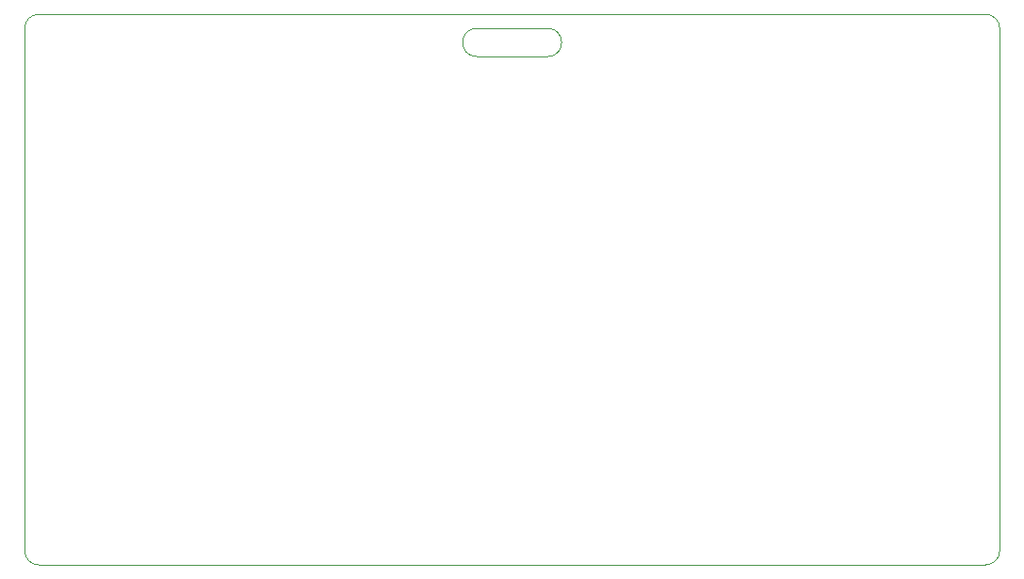
<source format=gbr>
G04 #@! TF.GenerationSoftware,KiCad,Pcbnew,5.1.4*
G04 #@! TF.CreationDate,2019-08-18T00:01:38-04:00*
G04 #@! TF.ProjectId,6500badge,36353030-6261-4646-9765-2e6b69636164,rev?*
G04 #@! TF.SameCoordinates,Original*
G04 #@! TF.FileFunction,Profile,NP*
%FSLAX46Y46*%
G04 Gerber Fmt 4.6, Leading zero omitted, Abs format (unit mm)*
G04 Created by KiCad (PCBNEW 5.1.4) date 2019-08-18 00:01:38*
%MOMM*%
%LPD*%
G04 APERTURE LIST*
%ADD10C,0.050000*%
G04 APERTURE END LIST*
D10*
X167640000Y-41910000D02*
G75*
G02X168910000Y-43180000I0J-1270000D01*
G01*
X168910000Y-90170000D02*
G75*
G02X167640000Y-91440000I-1270000J0D01*
G01*
X82550000Y-91440000D02*
G75*
G02X81280000Y-90170000I0J1270000D01*
G01*
X81280000Y-90170000D02*
X81280000Y-43180000D01*
X81280000Y-43180000D02*
G75*
G02X82550000Y-41910000I1270000J0D01*
G01*
X128270000Y-45720000D02*
X121920000Y-45720000D01*
X121920000Y-43180000D02*
X128270000Y-43180000D01*
X128270000Y-43180000D02*
G75*
G02X128270000Y-45720000I0J-1270000D01*
G01*
X121920000Y-45720000D02*
G75*
G02X121920000Y-43180000I0J1270000D01*
G01*
X167640000Y-91440000D02*
X82550000Y-91440000D01*
X168910000Y-43180000D02*
X168910000Y-90170000D01*
X82550000Y-41910000D02*
X167640000Y-41910000D01*
M02*

</source>
